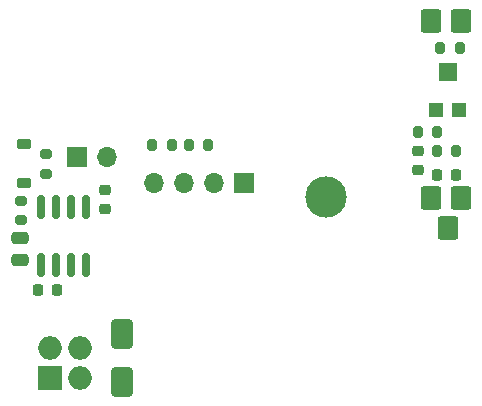
<source format=gbr>
%TF.GenerationSoftware,KiCad,Pcbnew,8.0.5-8.0.5-0~ubuntu22.04.1*%
%TF.CreationDate,2024-11-13T11:33:31+02:00*%
%TF.ProjectId,spindle_fan_control,7370696e-646c-4655-9f66-616e5f636f6e,rev?*%
%TF.SameCoordinates,PX7735940PY6252e60*%
%TF.FileFunction,Soldermask,Top*%
%TF.FilePolarity,Negative*%
%FSLAX46Y46*%
G04 Gerber Fmt 4.6, Leading zero omitted, Abs format (unit mm)*
G04 Created by KiCad (PCBNEW 8.0.5-8.0.5-0~ubuntu22.04.1) date 2024-11-13 11:33:31*
%MOMM*%
%LPD*%
G01*
G04 APERTURE LIST*
G04 Aperture macros list*
%AMRoundRect*
0 Rectangle with rounded corners*
0 $1 Rounding radius*
0 $2 $3 $4 $5 $6 $7 $8 $9 X,Y pos of 4 corners*
0 Add a 4 corners polygon primitive as box body*
4,1,4,$2,$3,$4,$5,$6,$7,$8,$9,$2,$3,0*
0 Add four circle primitives for the rounded corners*
1,1,$1+$1,$2,$3*
1,1,$1+$1,$4,$5*
1,1,$1+$1,$6,$7*
1,1,$1+$1,$8,$9*
0 Add four rect primitives between the rounded corners*
20,1,$1+$1,$2,$3,$4,$5,0*
20,1,$1+$1,$4,$5,$6,$7,0*
20,1,$1+$1,$6,$7,$8,$9,0*
20,1,$1+$1,$8,$9,$2,$3,0*%
G04 Aperture macros list end*
%ADD10RoundRect,0.212500X0.637500X-0.787500X0.637500X0.787500X-0.637500X0.787500X-0.637500X-0.787500X0*%
%ADD11RoundRect,0.200000X-0.200000X-0.275000X0.200000X-0.275000X0.200000X0.275000X-0.200000X0.275000X0*%
%ADD12RoundRect,0.218750X0.256250X-0.218750X0.256250X0.218750X-0.256250X0.218750X-0.256250X-0.218750X0*%
%ADD13RoundRect,0.200000X0.275000X-0.200000X0.275000X0.200000X-0.275000X0.200000X-0.275000X-0.200000X0*%
%ADD14R,2.000000X2.000000*%
%ADD15O,2.000000X2.000000*%
%ADD16RoundRect,0.150000X0.150000X-0.825000X0.150000X0.825000X-0.150000X0.825000X-0.150000X-0.825000X0*%
%ADD17RoundRect,0.200000X0.200000X0.275000X-0.200000X0.275000X-0.200000X-0.275000X0.200000X-0.275000X0*%
%ADD18RoundRect,0.225000X-0.250000X0.225000X-0.250000X-0.225000X0.250000X-0.225000X0.250000X0.225000X0*%
%ADD19C,3.500000*%
%ADD20R,1.200000X1.200000*%
%ADD21R,1.600000X1.500000*%
%ADD22RoundRect,0.225000X0.225000X0.250000X-0.225000X0.250000X-0.225000X-0.250000X0.225000X-0.250000X0*%
%ADD23RoundRect,0.250000X0.475000X-0.250000X0.475000X0.250000X-0.475000X0.250000X-0.475000X-0.250000X0*%
%ADD24RoundRect,0.250000X0.650000X-1.000000X0.650000X1.000000X-0.650000X1.000000X-0.650000X-1.000000X0*%
%ADD25RoundRect,0.200000X-0.275000X0.200000X-0.275000X-0.200000X0.275000X-0.200000X0.275000X0.200000X0*%
%ADD26R,1.700000X1.700000*%
%ADD27O,1.700000X1.700000*%
%ADD28RoundRect,0.225000X-0.375000X0.225000X-0.375000X-0.225000X0.375000X-0.225000X0.375000X0.225000X0*%
G04 APERTURE END LIST*
D10*
%TO.C,U2*%
X8900000Y-100000D03*
X10300000Y-2600000D03*
X11400000Y-100000D03*
X8860000Y14900000D03*
X11400000Y14900000D03*
%TD*%
D11*
%TO.C,R3*%
X9675000Y12600000D03*
X11325000Y12600000D03*
%TD*%
D12*
%TO.C,D3*%
X7800000Y2312500D03*
X7800000Y3887500D03*
%TD*%
D13*
%TO.C,R1*%
X-23680000Y1990092D03*
X-23680000Y3640092D03*
%TD*%
D14*
%TO.C,J1*%
X-23400000Y-15300000D03*
D15*
X-23400000Y-12760000D03*
X-20860000Y-12760000D03*
X-20860000Y-15300000D03*
%TD*%
D11*
%TO.C,R7*%
X-11605000Y4450000D03*
X-9955000Y4450000D03*
%TD*%
D16*
%TO.C,U1*%
X-24085000Y-5734908D03*
X-22815000Y-5734908D03*
X-21545000Y-5734908D03*
X-20275000Y-5734908D03*
X-20275000Y-784908D03*
X-21545000Y-784908D03*
X-22815000Y-784908D03*
X-24085000Y-784908D03*
%TD*%
D11*
%TO.C,R6*%
X-14705000Y4450000D03*
X-13055000Y4450000D03*
%TD*%
D17*
%TO.C,R4*%
X9425000Y5500000D03*
X7775000Y5500000D03*
%TD*%
D18*
%TO.C,C2*%
X-18680000Y590092D03*
X-18680000Y-959908D03*
%TD*%
D19*
%TO.C,REF\u002A\u002A*%
X0Y0D03*
%TD*%
D20*
%TO.C,RV1*%
X9300000Y7400000D03*
D21*
X10300000Y10650000D03*
D20*
X11300000Y7400000D03*
%TD*%
D22*
%TO.C,C4*%
X10975000Y1900000D03*
X9425000Y1900000D03*
%TD*%
D23*
%TO.C,C3*%
X-25900000Y-5350000D03*
X-25900000Y-3450000D03*
%TD*%
D17*
%TO.C,R5*%
X11025000Y3900000D03*
X9375000Y3900000D03*
%TD*%
D24*
%TO.C,D2*%
X-17300000Y-15600000D03*
X-17300000Y-11600000D03*
%TD*%
D22*
%TO.C,C1*%
X-22805000Y-7884908D03*
X-24355000Y-7884908D03*
%TD*%
D25*
%TO.C,R2*%
X-25800000Y-275000D03*
X-25800000Y-1925000D03*
%TD*%
D26*
%TO.C,TH1*%
X-21080000Y3450000D03*
D27*
X-18540000Y3450000D03*
%TD*%
D26*
%TO.C,J2*%
X-6980000Y1225000D03*
D27*
X-9520000Y1225000D03*
X-12060000Y1225000D03*
X-14600000Y1225000D03*
%TD*%
D28*
%TO.C,D1*%
X-25600000Y4550000D03*
X-25600000Y1250000D03*
%TD*%
M02*

</source>
